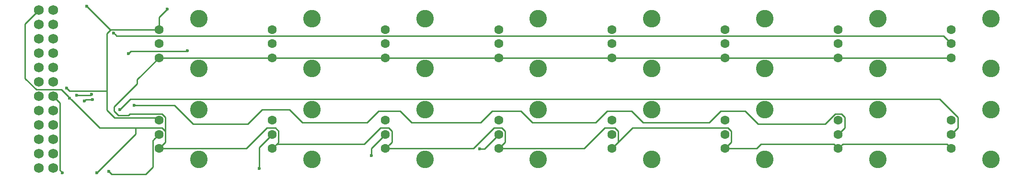
<source format=gbr>
G04 #@! TF.FileFunction,Copper,L2,Bot,Signal*
%FSLAX46Y46*%
G04 Gerber Fmt 4.6, Leading zero omitted, Abs format (unit mm)*
G04 Created by KiCad (PCBNEW 4.0.4-stable) date 01/02/17 17:56:56*
%MOMM*%
%LPD*%
G01*
G04 APERTURE LIST*
%ADD10C,0.100000*%
%ADD11C,3.100000*%
%ADD12C,1.600000*%
%ADD13C,1.727200*%
%ADD14C,0.600000*%
%ADD15C,0.250000*%
G04 APERTURE END LIST*
D10*
D11*
X115760000Y28488200D03*
X115760000Y19699800D03*
D12*
X108749600Y26594000D03*
X108749600Y24094000D03*
X108749600Y21594000D03*
D11*
X175760000Y28488200D03*
X175760000Y19699800D03*
D12*
X168749600Y26594000D03*
X168749600Y24094000D03*
X168749600Y21594000D03*
D11*
X35760000Y28488200D03*
X35760000Y19699800D03*
D12*
X28749600Y26594000D03*
X28749600Y24094000D03*
X28749600Y21594000D03*
D11*
X55760000Y28488200D03*
X55760000Y19699800D03*
D12*
X48749600Y26594000D03*
X48749600Y24094000D03*
X48749600Y21594000D03*
D11*
X75760000Y28488200D03*
X75760000Y19699800D03*
D12*
X68749600Y26594000D03*
X68749600Y24094000D03*
X68749600Y21594000D03*
D11*
X95760000Y28488200D03*
X95760000Y19699800D03*
D12*
X88749600Y26594000D03*
X88749600Y24094000D03*
X88749600Y21594000D03*
D11*
X135760000Y28488200D03*
X135760000Y19699800D03*
D12*
X128749600Y26594000D03*
X128749600Y24094000D03*
X128749600Y21594000D03*
D11*
X155760000Y28488200D03*
X155760000Y19699800D03*
D12*
X148749600Y26594000D03*
X148749600Y24094000D03*
X148749600Y21594000D03*
D11*
X35760000Y12425600D03*
X35760000Y3637200D03*
D12*
X28749600Y10531400D03*
X28749600Y8031400D03*
X28749600Y5531400D03*
D11*
X55760000Y12425600D03*
X55760000Y3637200D03*
D12*
X48749600Y10531400D03*
X48749600Y8031400D03*
X48749600Y5531400D03*
D11*
X75760000Y12425600D03*
X75760000Y3637200D03*
D12*
X68749600Y10531400D03*
X68749600Y8031400D03*
X68749600Y5531400D03*
D11*
X95760000Y12425600D03*
X95760000Y3637200D03*
D12*
X88749600Y10531400D03*
X88749600Y8031400D03*
X88749600Y5531400D03*
D11*
X115760000Y12425600D03*
X115760000Y3637200D03*
D12*
X108749600Y10531400D03*
X108749600Y8031400D03*
X108749600Y5531400D03*
D11*
X135760000Y12425600D03*
X135760000Y3637200D03*
D12*
X128749600Y10531400D03*
X128749600Y8031400D03*
X128749600Y5531400D03*
D11*
X155760000Y12425600D03*
X155760000Y3637200D03*
D12*
X148749600Y10531400D03*
X148749600Y8031400D03*
X148749600Y5531400D03*
D11*
X175760000Y12425600D03*
X175760000Y3637200D03*
D12*
X168749600Y10531400D03*
X168749600Y8031400D03*
X168749600Y5531400D03*
D13*
X7493000Y29997400D03*
X10033000Y29997400D03*
X7493000Y12217400D03*
X10033000Y12217400D03*
X7493000Y9677400D03*
X10033000Y9677400D03*
X7493000Y7137400D03*
X10033000Y7137400D03*
X7493000Y4597400D03*
X10033000Y4597400D03*
X7493000Y2057400D03*
X10033000Y2057400D03*
X7493000Y14757400D03*
X10033000Y14757400D03*
X7493000Y19837400D03*
X10033000Y19837400D03*
X7493000Y22377400D03*
X10033000Y22377400D03*
X7493000Y17297400D03*
X10033000Y17297400D03*
X7493000Y27457400D03*
X10033000Y27457400D03*
X7493000Y24917400D03*
X10033000Y24917400D03*
D14*
X12446000Y16256000D03*
X30226000Y30226000D03*
X16002000Y30734000D03*
X11684000Y1270000D03*
X17780000Y1270000D03*
X12954000Y14477994D03*
X15521060Y13955955D03*
X17017998Y14224000D03*
X16799338Y15122990D03*
X14224000Y14985980D03*
X33782000Y22860000D03*
X23348600Y22332600D03*
X20724482Y25968990D03*
X19872400Y1524000D03*
X46482000Y2032000D03*
X66294000Y4318000D03*
X85419799Y5512201D03*
X24384000Y13208000D03*
X21844000Y12446000D03*
D15*
X12446000Y16256000D02*
X12954000Y15748000D01*
X19558000Y12317590D02*
X19558000Y15748000D01*
X19558000Y15748000D02*
X19558000Y25908000D01*
X12954000Y15748000D02*
X19558000Y15748000D01*
X30226000Y30226000D02*
X28749600Y28749600D01*
X28749600Y28749600D02*
X28749600Y26594000D01*
X20244000Y26594000D02*
X21844000Y26594000D01*
X21844000Y26594000D02*
X27618230Y26594000D01*
X16002000Y30734000D02*
X20142000Y26594000D01*
X20142000Y26594000D02*
X21844000Y26594000D01*
X11221601Y1732399D02*
X11684000Y1270000D01*
X11221601Y2240399D02*
X11221601Y1732399D01*
X10033000Y14757400D02*
X11221601Y13568799D01*
X11221601Y13568799D02*
X11221601Y2240399D01*
X28301009Y10979991D02*
X20895599Y10979991D01*
X28749600Y10531400D02*
X28301009Y10979991D01*
X20895599Y10979991D02*
X19558000Y12317590D01*
X27618230Y26594000D02*
X28749600Y26594000D01*
X19558000Y25908000D02*
X20244000Y26594000D01*
X5080000Y27584400D02*
X5080000Y17951270D01*
X7085269Y15946001D02*
X11485993Y15946001D01*
X5080000Y17951270D02*
X7085269Y15946001D01*
X12654001Y14777993D02*
X12954000Y14477994D01*
X11485993Y15946001D02*
X12654001Y14777993D01*
X7493000Y29997400D02*
X5080000Y27584400D01*
X18079999Y1569999D02*
X17780000Y1270000D01*
X24638000Y8128000D02*
X18079999Y1569999D01*
X24638000Y9156401D02*
X24638000Y8128000D01*
X29289601Y9156401D02*
X24638000Y9156401D01*
X24638000Y9156401D02*
X18275593Y9156401D01*
X29874601Y8571401D02*
X29289601Y9156401D01*
X18275593Y9156401D02*
X13253999Y14177995D01*
X13253999Y14177995D02*
X12954000Y14477994D01*
X21590000Y11430000D02*
X23368000Y11430000D01*
X29289601Y11656401D02*
X29874601Y11071401D01*
X28749600Y21594000D02*
X24891553Y17735953D01*
X23368000Y11430000D02*
X23594401Y11656401D01*
X24891553Y17735953D02*
X24891553Y17017553D01*
X24891553Y17017553D02*
X20828000Y12954000D01*
X20828000Y12954000D02*
X20828000Y12192000D01*
X20828000Y12192000D02*
X21590000Y11430000D01*
X23594401Y11656401D02*
X29289601Y11656401D01*
X29874601Y11071401D02*
X29874601Y8571401D01*
X28749600Y5531400D02*
X29874601Y6656401D01*
X29874601Y6656401D02*
X29874601Y8571401D01*
X88749600Y21594000D02*
X68749600Y21594000D01*
X108749600Y21594000D02*
X94879198Y21594000D01*
X94879198Y21594000D02*
X88749600Y21594000D01*
X148749600Y21594000D02*
X168749600Y21594000D01*
X128749600Y21594000D02*
X129880970Y21594000D01*
X129880970Y21594000D02*
X148749600Y21594000D01*
X108749600Y21594000D02*
X128749600Y21594000D01*
X48749600Y21594000D02*
X68749600Y21594000D01*
X28749600Y21594000D02*
X48749600Y21594000D01*
X148749600Y5531400D02*
X149549599Y6331399D01*
X149549599Y6331399D02*
X167949601Y6331399D01*
X167949601Y6331399D02*
X168749600Y5531400D01*
X135128000Y6350000D02*
X147931000Y6350000D01*
X147931000Y6350000D02*
X148749600Y5531400D01*
X134309400Y5531400D02*
X135128000Y6350000D01*
X128749600Y5531400D02*
X134309400Y5531400D01*
X108749600Y5531400D02*
X112374601Y9156401D01*
X112374601Y9156401D02*
X129289601Y9156401D01*
X129289601Y9156401D02*
X129874601Y8571401D01*
X129874601Y8571401D02*
X129874601Y6656401D01*
X129874601Y6656401D02*
X129549599Y6331399D01*
X129549599Y6331399D02*
X128749600Y5531400D01*
X103829400Y5531400D02*
X107454401Y9156401D01*
X107454401Y9156401D02*
X109289601Y9156401D01*
X109289601Y9156401D02*
X109874601Y8571401D01*
X109549599Y6331399D02*
X108749600Y5531400D01*
X109874601Y8571401D02*
X109874601Y6656401D01*
X109874601Y6656401D02*
X109549599Y6331399D01*
X88749600Y5531400D02*
X103829400Y5531400D01*
X84271400Y5531400D02*
X87896401Y9156401D01*
X87896401Y9156401D02*
X89289601Y9156401D01*
X89289601Y9156401D02*
X89874601Y8571401D01*
X89874601Y8571401D02*
X89874601Y6656401D01*
X89874601Y6656401D02*
X89549599Y6331399D01*
X89549599Y6331399D02*
X88749600Y5531400D01*
X68749600Y5531400D02*
X84271400Y5531400D01*
X65005399Y6331399D02*
X67830401Y9156401D01*
X67830401Y9156401D02*
X69289601Y9156401D01*
X69289601Y9156401D02*
X69874601Y8571401D01*
X69549599Y6331399D02*
X68749600Y5531400D01*
X69874601Y8571401D02*
X69874601Y6656401D01*
X69874601Y6656401D02*
X69549599Y6331399D01*
X49549599Y6331399D02*
X65005399Y6331399D01*
X44139400Y5531400D02*
X47764401Y9156401D01*
X47764401Y9156401D02*
X49289601Y9156401D01*
X49289601Y9156401D02*
X49874601Y8571401D01*
X49874601Y8571401D02*
X49874601Y6656401D01*
X49874601Y6656401D02*
X49549599Y6331399D01*
X49549599Y6331399D02*
X48749600Y5531400D01*
X28749600Y5531400D02*
X44139400Y5531400D01*
X15789105Y14224000D02*
X15521060Y13955955D01*
X17017998Y14224000D02*
X15789105Y14224000D01*
X16662328Y14985980D02*
X16799338Y15122990D01*
X14224000Y14985980D02*
X16662328Y14985980D01*
X33641001Y22719001D02*
X33782000Y22860000D01*
X23348600Y22332600D02*
X23735001Y22719001D01*
X23735001Y22719001D02*
X33641001Y22719001D01*
X21024481Y25668991D02*
X20724482Y25968990D01*
X167374601Y25468999D02*
X21224473Y25468999D01*
X168749600Y24094000D02*
X167374601Y25468999D01*
X21224473Y25468999D02*
X21024481Y25668991D01*
X19872400Y1524000D02*
X20380400Y1016000D01*
X20380400Y1016000D02*
X26416000Y1016000D01*
X26416000Y1016000D02*
X27624599Y2224599D01*
X27624599Y6906399D02*
X27949601Y7231401D01*
X27624599Y2224599D02*
X27624599Y6906399D01*
X27949601Y7231401D02*
X28749600Y8031400D01*
X28605400Y8031400D02*
X28749600Y8031400D01*
X46482000Y2032000D02*
X46482000Y5763800D01*
X46482000Y5763800D02*
X48749600Y8031400D01*
X66294000Y4318000D02*
X66294000Y5575800D01*
X66294000Y5575800D02*
X68749600Y8031400D01*
X85419799Y5512201D02*
X86230401Y5512201D01*
X86230401Y5512201D02*
X88749600Y8031400D01*
X24384000Y13208000D02*
X31496000Y13208000D01*
X114300000Y10160000D02*
X125984000Y10160000D01*
X71374000Y12192000D02*
X73406000Y10160000D01*
X31496000Y13208000D02*
X34798000Y9906000D01*
X134620000Y9906000D02*
X146459198Y9906000D01*
X34798000Y9906000D02*
X44450000Y9906000D01*
X149549599Y8831399D02*
X148749600Y8031400D01*
X94742000Y10160000D02*
X105918000Y10160000D01*
X112268000Y12192000D02*
X114300000Y10160000D01*
X44450000Y9906000D02*
X46990000Y12446000D01*
X67564000Y12192000D02*
X71374000Y12192000D01*
X46990000Y12446000D02*
X51816000Y12446000D01*
X87630000Y12192000D02*
X92710000Y12192000D01*
X51816000Y12446000D02*
X54102000Y10160000D01*
X54102000Y10160000D02*
X65532000Y10160000D01*
X65532000Y10160000D02*
X67564000Y12192000D01*
X105918000Y10160000D02*
X107950000Y12192000D01*
X73406000Y10160000D02*
X85598000Y10160000D01*
X146459198Y9906000D02*
X148209599Y11656401D01*
X85598000Y10160000D02*
X87630000Y12192000D01*
X92710000Y12192000D02*
X94742000Y10160000D01*
X107950000Y12192000D02*
X112268000Y12192000D01*
X125984000Y10160000D02*
X128016000Y12192000D01*
X149874601Y11071401D02*
X149874601Y9156401D01*
X128016000Y12192000D02*
X132334000Y12192000D01*
X132334000Y12192000D02*
X134620000Y9906000D01*
X149874601Y9156401D02*
X149549599Y8831399D01*
X148209599Y11656401D02*
X149289601Y11656401D01*
X149289601Y11656401D02*
X149874601Y11071401D01*
X23698601Y14300601D02*
X166645401Y14300601D01*
X21844000Y12446000D02*
X23698601Y14300601D01*
X169874601Y11071401D02*
X169874601Y9156401D01*
X169874601Y9156401D02*
X169549599Y8831399D01*
X166645401Y14300601D02*
X169874601Y11071401D01*
X169549599Y8831399D02*
X168749600Y8031400D01*
M02*

</source>
